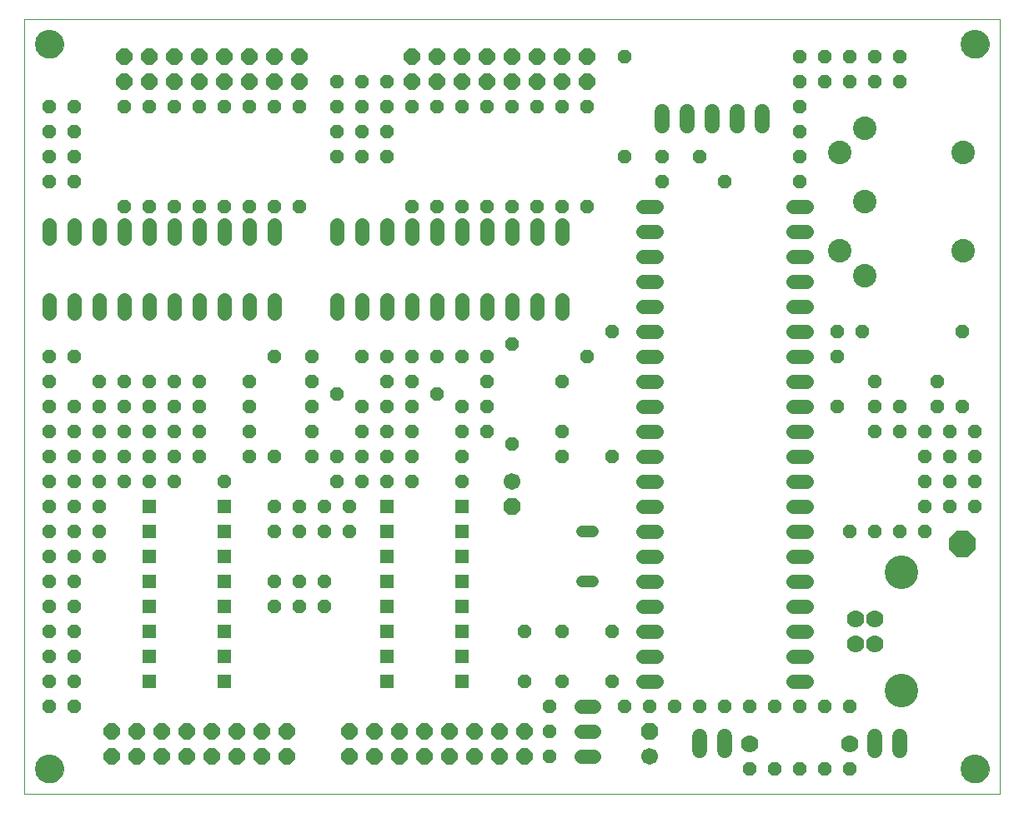
<source format=gts>
G75*
%MOIN*%
%OFA0B0*%
%FSLAX24Y24*%
%IPPOS*%
%LPD*%
%AMOC8*
5,1,8,0,0,1.08239X$1,22.5*
%
%ADD10C,0.0000*%
%ADD11C,0.1142*%
%ADD12OC8,0.0560*%
%ADD13C,0.0560*%
%ADD14OC8,0.1045*%
%ADD15R,0.0555X0.0555*%
%ADD16C,0.0600*%
%ADD17C,0.0700*%
%ADD18OC8,0.0640*%
%ADD19C,0.0480*%
%ADD20OC8,0.0670*%
%ADD21C,0.0670*%
%ADD22C,0.0555*%
%ADD23C,0.0940*%
%ADD24C,0.1340*%
%ADD25OC8,0.0540*%
D10*
X001180Y001180D02*
X001180Y032180D01*
X040180Y032180D01*
X040180Y001180D01*
X001180Y001180D01*
X001629Y002180D02*
X001631Y002227D01*
X001637Y002273D01*
X001647Y002319D01*
X001660Y002364D01*
X001678Y002407D01*
X001699Y002449D01*
X001723Y002489D01*
X001751Y002526D01*
X001782Y002561D01*
X001816Y002594D01*
X001852Y002623D01*
X001891Y002649D01*
X001932Y002672D01*
X001975Y002691D01*
X002019Y002707D01*
X002064Y002719D01*
X002110Y002727D01*
X002157Y002731D01*
X002203Y002731D01*
X002250Y002727D01*
X002296Y002719D01*
X002341Y002707D01*
X002385Y002691D01*
X002428Y002672D01*
X002469Y002649D01*
X002508Y002623D01*
X002544Y002594D01*
X002578Y002561D01*
X002609Y002526D01*
X002637Y002489D01*
X002661Y002449D01*
X002682Y002407D01*
X002700Y002364D01*
X002713Y002319D01*
X002723Y002273D01*
X002729Y002227D01*
X002731Y002180D01*
X002729Y002133D01*
X002723Y002087D01*
X002713Y002041D01*
X002700Y001996D01*
X002682Y001953D01*
X002661Y001911D01*
X002637Y001871D01*
X002609Y001834D01*
X002578Y001799D01*
X002544Y001766D01*
X002508Y001737D01*
X002469Y001711D01*
X002428Y001688D01*
X002385Y001669D01*
X002341Y001653D01*
X002296Y001641D01*
X002250Y001633D01*
X002203Y001629D01*
X002157Y001629D01*
X002110Y001633D01*
X002064Y001641D01*
X002019Y001653D01*
X001975Y001669D01*
X001932Y001688D01*
X001891Y001711D01*
X001852Y001737D01*
X001816Y001766D01*
X001782Y001799D01*
X001751Y001834D01*
X001723Y001871D01*
X001699Y001911D01*
X001678Y001953D01*
X001660Y001996D01*
X001647Y002041D01*
X001637Y002087D01*
X001631Y002133D01*
X001629Y002180D01*
X001629Y031180D02*
X001631Y031227D01*
X001637Y031273D01*
X001647Y031319D01*
X001660Y031364D01*
X001678Y031407D01*
X001699Y031449D01*
X001723Y031489D01*
X001751Y031526D01*
X001782Y031561D01*
X001816Y031594D01*
X001852Y031623D01*
X001891Y031649D01*
X001932Y031672D01*
X001975Y031691D01*
X002019Y031707D01*
X002064Y031719D01*
X002110Y031727D01*
X002157Y031731D01*
X002203Y031731D01*
X002250Y031727D01*
X002296Y031719D01*
X002341Y031707D01*
X002385Y031691D01*
X002428Y031672D01*
X002469Y031649D01*
X002508Y031623D01*
X002544Y031594D01*
X002578Y031561D01*
X002609Y031526D01*
X002637Y031489D01*
X002661Y031449D01*
X002682Y031407D01*
X002700Y031364D01*
X002713Y031319D01*
X002723Y031273D01*
X002729Y031227D01*
X002731Y031180D01*
X002729Y031133D01*
X002723Y031087D01*
X002713Y031041D01*
X002700Y030996D01*
X002682Y030953D01*
X002661Y030911D01*
X002637Y030871D01*
X002609Y030834D01*
X002578Y030799D01*
X002544Y030766D01*
X002508Y030737D01*
X002469Y030711D01*
X002428Y030688D01*
X002385Y030669D01*
X002341Y030653D01*
X002296Y030641D01*
X002250Y030633D01*
X002203Y030629D01*
X002157Y030629D01*
X002110Y030633D01*
X002064Y030641D01*
X002019Y030653D01*
X001975Y030669D01*
X001932Y030688D01*
X001891Y030711D01*
X001852Y030737D01*
X001816Y030766D01*
X001782Y030799D01*
X001751Y030834D01*
X001723Y030871D01*
X001699Y030911D01*
X001678Y030953D01*
X001660Y030996D01*
X001647Y031041D01*
X001637Y031087D01*
X001631Y031133D01*
X001629Y031180D01*
X038629Y031180D02*
X038631Y031227D01*
X038637Y031273D01*
X038647Y031319D01*
X038660Y031364D01*
X038678Y031407D01*
X038699Y031449D01*
X038723Y031489D01*
X038751Y031526D01*
X038782Y031561D01*
X038816Y031594D01*
X038852Y031623D01*
X038891Y031649D01*
X038932Y031672D01*
X038975Y031691D01*
X039019Y031707D01*
X039064Y031719D01*
X039110Y031727D01*
X039157Y031731D01*
X039203Y031731D01*
X039250Y031727D01*
X039296Y031719D01*
X039341Y031707D01*
X039385Y031691D01*
X039428Y031672D01*
X039469Y031649D01*
X039508Y031623D01*
X039544Y031594D01*
X039578Y031561D01*
X039609Y031526D01*
X039637Y031489D01*
X039661Y031449D01*
X039682Y031407D01*
X039700Y031364D01*
X039713Y031319D01*
X039723Y031273D01*
X039729Y031227D01*
X039731Y031180D01*
X039729Y031133D01*
X039723Y031087D01*
X039713Y031041D01*
X039700Y030996D01*
X039682Y030953D01*
X039661Y030911D01*
X039637Y030871D01*
X039609Y030834D01*
X039578Y030799D01*
X039544Y030766D01*
X039508Y030737D01*
X039469Y030711D01*
X039428Y030688D01*
X039385Y030669D01*
X039341Y030653D01*
X039296Y030641D01*
X039250Y030633D01*
X039203Y030629D01*
X039157Y030629D01*
X039110Y030633D01*
X039064Y030641D01*
X039019Y030653D01*
X038975Y030669D01*
X038932Y030688D01*
X038891Y030711D01*
X038852Y030737D01*
X038816Y030766D01*
X038782Y030799D01*
X038751Y030834D01*
X038723Y030871D01*
X038699Y030911D01*
X038678Y030953D01*
X038660Y030996D01*
X038647Y031041D01*
X038637Y031087D01*
X038631Y031133D01*
X038629Y031180D01*
X038629Y002180D02*
X038631Y002227D01*
X038637Y002273D01*
X038647Y002319D01*
X038660Y002364D01*
X038678Y002407D01*
X038699Y002449D01*
X038723Y002489D01*
X038751Y002526D01*
X038782Y002561D01*
X038816Y002594D01*
X038852Y002623D01*
X038891Y002649D01*
X038932Y002672D01*
X038975Y002691D01*
X039019Y002707D01*
X039064Y002719D01*
X039110Y002727D01*
X039157Y002731D01*
X039203Y002731D01*
X039250Y002727D01*
X039296Y002719D01*
X039341Y002707D01*
X039385Y002691D01*
X039428Y002672D01*
X039469Y002649D01*
X039508Y002623D01*
X039544Y002594D01*
X039578Y002561D01*
X039609Y002526D01*
X039637Y002489D01*
X039661Y002449D01*
X039682Y002407D01*
X039700Y002364D01*
X039713Y002319D01*
X039723Y002273D01*
X039729Y002227D01*
X039731Y002180D01*
X039729Y002133D01*
X039723Y002087D01*
X039713Y002041D01*
X039700Y001996D01*
X039682Y001953D01*
X039661Y001911D01*
X039637Y001871D01*
X039609Y001834D01*
X039578Y001799D01*
X039544Y001766D01*
X039508Y001737D01*
X039469Y001711D01*
X039428Y001688D01*
X039385Y001669D01*
X039341Y001653D01*
X039296Y001641D01*
X039250Y001633D01*
X039203Y001629D01*
X039157Y001629D01*
X039110Y001633D01*
X039064Y001641D01*
X039019Y001653D01*
X038975Y001669D01*
X038932Y001688D01*
X038891Y001711D01*
X038852Y001737D01*
X038816Y001766D01*
X038782Y001799D01*
X038751Y001834D01*
X038723Y001871D01*
X038699Y001911D01*
X038678Y001953D01*
X038660Y001996D01*
X038647Y002041D01*
X038637Y002087D01*
X038631Y002133D01*
X038629Y002180D01*
D11*
X039180Y002180D03*
X039180Y031180D03*
X002180Y031180D03*
X002180Y002180D03*
D12*
X007180Y013680D03*
X009180Y013680D03*
X011180Y014680D03*
X012680Y014680D03*
X013680Y014680D03*
X013680Y013680D03*
X016680Y013680D03*
X018680Y013680D03*
X020680Y015180D03*
X022680Y014680D03*
X024680Y014680D03*
X020680Y019180D03*
X017680Y017180D03*
X014680Y018680D03*
X013680Y017180D03*
X012680Y018680D03*
X011180Y018680D03*
X011180Y024680D03*
X012180Y024680D03*
X010180Y024680D03*
X009180Y024680D03*
X008180Y024680D03*
X007180Y024680D03*
X006180Y024680D03*
X005180Y024680D03*
X005180Y028680D03*
X006180Y028680D03*
X007180Y028680D03*
X008180Y028680D03*
X009180Y028680D03*
X010180Y028680D03*
X011180Y028680D03*
X012180Y028680D03*
X016680Y028680D03*
X017680Y028680D03*
X018680Y028680D03*
X019680Y028680D03*
X020680Y028680D03*
X021680Y028680D03*
X022680Y028680D03*
X023680Y028680D03*
X025180Y026680D03*
X023680Y024680D03*
X022680Y024680D03*
X021680Y024680D03*
X020680Y024680D03*
X019680Y024680D03*
X018680Y024680D03*
X017680Y024680D03*
X016680Y024680D03*
X025180Y030680D03*
X028180Y026680D03*
X032180Y026680D03*
X034680Y019680D03*
X033680Y018680D03*
X035180Y017680D03*
X035180Y016680D03*
X036180Y016680D03*
X036180Y015680D03*
X035180Y015680D03*
X033680Y016680D03*
X037680Y016680D03*
X037680Y017680D03*
X038680Y016680D03*
X038680Y019680D03*
X036180Y011680D03*
X035180Y011680D03*
X024680Y007680D03*
X022680Y007680D03*
X021180Y007680D03*
X021180Y005680D03*
X022680Y005680D03*
X024680Y005680D03*
X003180Y016680D03*
X003180Y018680D03*
D13*
X003180Y020420D02*
X003180Y020940D01*
X002180Y020940D02*
X002180Y020420D01*
X004180Y020420D02*
X004180Y020940D01*
X005180Y020940D02*
X005180Y020420D01*
X006180Y020420D02*
X006180Y020940D01*
X007180Y020940D02*
X007180Y020420D01*
X008180Y020420D02*
X008180Y020940D01*
X009180Y020940D02*
X009180Y020420D01*
X010180Y020420D02*
X010180Y020940D01*
X011180Y020940D02*
X011180Y020420D01*
X013680Y020420D02*
X013680Y020940D01*
X014680Y020940D02*
X014680Y020420D01*
X015680Y020420D02*
X015680Y020940D01*
X016680Y020940D02*
X016680Y020420D01*
X017680Y020420D02*
X017680Y020940D01*
X018680Y020940D02*
X018680Y020420D01*
X019680Y020420D02*
X019680Y020940D01*
X020680Y020940D02*
X020680Y020420D01*
X021680Y020420D02*
X021680Y020940D01*
X022680Y020940D02*
X022680Y020420D01*
X025920Y020680D02*
X026440Y020680D01*
X026440Y019680D02*
X025920Y019680D01*
X025920Y018680D02*
X026440Y018680D01*
X026440Y017680D02*
X025920Y017680D01*
X025920Y016680D02*
X026440Y016680D01*
X026440Y015680D02*
X025920Y015680D01*
X025920Y014680D02*
X026440Y014680D01*
X026440Y013680D02*
X025920Y013680D01*
X025920Y012680D02*
X026440Y012680D01*
X026440Y011680D02*
X025920Y011680D01*
X025920Y010680D02*
X026440Y010680D01*
X026440Y009680D02*
X025920Y009680D01*
X025920Y008680D02*
X026440Y008680D01*
X026440Y007680D02*
X025920Y007680D01*
X025920Y006680D02*
X026440Y006680D01*
X026440Y005680D02*
X025920Y005680D01*
X031920Y005680D02*
X032440Y005680D01*
X032440Y006680D02*
X031920Y006680D01*
X031920Y007680D02*
X032440Y007680D01*
X032440Y008680D02*
X031920Y008680D01*
X031920Y009680D02*
X032440Y009680D01*
X032440Y010680D02*
X031920Y010680D01*
X031920Y011680D02*
X032440Y011680D01*
X032440Y012680D02*
X031920Y012680D01*
X031920Y013680D02*
X032440Y013680D01*
X032440Y014680D02*
X031920Y014680D01*
X031920Y015680D02*
X032440Y015680D01*
X032440Y016680D02*
X031920Y016680D01*
X031920Y017680D02*
X032440Y017680D01*
X032440Y018680D02*
X031920Y018680D01*
X031920Y019680D02*
X032440Y019680D01*
X032440Y020680D02*
X031920Y020680D01*
X031920Y021680D02*
X032440Y021680D01*
X032440Y022680D02*
X031920Y022680D01*
X031920Y023680D02*
X032440Y023680D01*
X032440Y024680D02*
X031920Y024680D01*
X026440Y024680D02*
X025920Y024680D01*
X025920Y023680D02*
X026440Y023680D01*
X026440Y022680D02*
X025920Y022680D01*
X025920Y021680D02*
X026440Y021680D01*
X022680Y023420D02*
X022680Y023940D01*
X021680Y023940D02*
X021680Y023420D01*
X020680Y023420D02*
X020680Y023940D01*
X019680Y023940D02*
X019680Y023420D01*
X018680Y023420D02*
X018680Y023940D01*
X017680Y023940D02*
X017680Y023420D01*
X016680Y023420D02*
X016680Y023940D01*
X015680Y023940D02*
X015680Y023420D01*
X014680Y023420D02*
X014680Y023940D01*
X013680Y023940D02*
X013680Y023420D01*
X011180Y023420D02*
X011180Y023940D01*
X010180Y023940D02*
X010180Y023420D01*
X009180Y023420D02*
X009180Y023940D01*
X008180Y023940D02*
X008180Y023420D01*
X007180Y023420D02*
X007180Y023940D01*
X006180Y023940D02*
X006180Y023420D01*
X005180Y023420D02*
X005180Y023940D01*
X004180Y023940D02*
X004180Y023420D01*
X003180Y023420D02*
X003180Y023940D01*
X002180Y023940D02*
X002180Y023420D01*
D14*
X038680Y011180D03*
D15*
X018680Y010680D03*
X018680Y009680D03*
X018680Y008680D03*
X018680Y007680D03*
X018680Y006680D03*
X018680Y005680D03*
X015680Y005680D03*
X015680Y006680D03*
X015680Y007680D03*
X015680Y008680D03*
X015680Y009680D03*
X015680Y010680D03*
X015680Y011680D03*
X015680Y012680D03*
X018680Y012680D03*
X018680Y011680D03*
X009180Y011680D03*
X009180Y010680D03*
X009180Y009680D03*
X009180Y008680D03*
X009180Y007680D03*
X009180Y006680D03*
X009180Y005680D03*
X006180Y005680D03*
X006180Y006680D03*
X006180Y007680D03*
X006180Y008680D03*
X006180Y009680D03*
X006180Y010680D03*
X006180Y011680D03*
X006180Y012680D03*
X009180Y012680D03*
D16*
X026680Y027900D02*
X026680Y028460D01*
X027680Y028460D02*
X027680Y027900D01*
X028680Y027900D02*
X028680Y028460D01*
X029680Y028460D02*
X029680Y027900D01*
X030680Y027900D02*
X030680Y028460D01*
X029180Y003460D02*
X029180Y002900D01*
X028180Y002900D02*
X028180Y003460D01*
X035180Y003460D02*
X035180Y002900D01*
X036180Y002900D02*
X036180Y003460D01*
D17*
X034180Y003180D03*
X030180Y003180D03*
X034400Y007188D03*
X035180Y007188D03*
X035180Y008172D03*
X034400Y008172D03*
D18*
X021180Y003680D03*
X021180Y002680D03*
X020180Y002680D03*
X019180Y002680D03*
X019180Y003680D03*
X020180Y003680D03*
X018180Y003680D03*
X017180Y003680D03*
X016180Y003680D03*
X016180Y002680D03*
X017180Y002680D03*
X018180Y002680D03*
X015180Y002680D03*
X014180Y002680D03*
X014180Y003680D03*
X015180Y003680D03*
X011680Y003680D03*
X011680Y002680D03*
X010680Y002680D03*
X009680Y002680D03*
X009680Y003680D03*
X010680Y003680D03*
X008680Y003680D03*
X007680Y003680D03*
X006680Y003680D03*
X006680Y002680D03*
X007680Y002680D03*
X008680Y002680D03*
X005680Y002680D03*
X004680Y002680D03*
X004680Y003680D03*
X005680Y003680D03*
X005180Y029680D03*
X006180Y029680D03*
X006180Y030680D03*
X005180Y030680D03*
X007180Y030680D03*
X008180Y030680D03*
X008180Y029680D03*
X007180Y029680D03*
X009180Y029680D03*
X010180Y029680D03*
X010180Y030680D03*
X009180Y030680D03*
X011180Y030680D03*
X012180Y030680D03*
X012180Y029680D03*
X011180Y029680D03*
X016680Y029680D03*
X017680Y029680D03*
X017680Y030680D03*
X016680Y030680D03*
X018680Y030680D03*
X019680Y030680D03*
X019680Y029680D03*
X018680Y029680D03*
X020680Y029680D03*
X021680Y029680D03*
X022680Y029680D03*
X022680Y030680D03*
X021680Y030680D03*
X020680Y030680D03*
X023680Y030680D03*
X023680Y029680D03*
D19*
X023900Y011680D02*
X023460Y011680D01*
X023460Y009680D02*
X023900Y009680D01*
D20*
X020680Y012680D03*
X026180Y003680D03*
D21*
X026180Y002680D03*
X020680Y013680D03*
D22*
X023423Y004680D02*
X023937Y004680D01*
X023937Y003680D02*
X023423Y003680D01*
X023423Y002680D02*
X023937Y002680D01*
D23*
X034763Y021897D03*
X033771Y022897D03*
X034759Y024861D03*
X033767Y026834D03*
X034763Y027806D03*
X038693Y026837D03*
X038693Y022897D03*
D24*
X036250Y010050D03*
X036250Y005310D03*
D25*
X034180Y004680D03*
X033180Y004680D03*
X032180Y004680D03*
X031180Y004680D03*
X030180Y004680D03*
X029180Y004680D03*
X028180Y004680D03*
X027180Y004680D03*
X026180Y004680D03*
X025180Y004680D03*
X022180Y004680D03*
X022180Y003680D03*
X022180Y002680D03*
X030180Y002180D03*
X031180Y002180D03*
X032180Y002180D03*
X033180Y002180D03*
X034180Y002180D03*
X034180Y011680D03*
X037180Y011680D03*
X037180Y012680D03*
X037180Y013680D03*
X037180Y014680D03*
X037180Y015680D03*
X038180Y015680D03*
X039180Y015680D03*
X039180Y014680D03*
X038180Y014680D03*
X038180Y013680D03*
X039180Y013680D03*
X039180Y012680D03*
X038180Y012680D03*
X033680Y019680D03*
X032180Y025680D03*
X032180Y027680D03*
X032180Y028680D03*
X032180Y029680D03*
X032180Y030680D03*
X033180Y030680D03*
X034180Y030680D03*
X034180Y029680D03*
X033180Y029680D03*
X035180Y029680D03*
X036180Y029680D03*
X036180Y030680D03*
X035180Y030680D03*
X029180Y025680D03*
X026680Y025680D03*
X026680Y026680D03*
X024680Y019680D03*
X023680Y018680D03*
X022680Y017680D03*
X022680Y015680D03*
X019680Y015680D03*
X018680Y015680D03*
X018680Y014680D03*
X016680Y014680D03*
X016680Y015680D03*
X016680Y016680D03*
X016680Y017680D03*
X016680Y018680D03*
X017680Y018680D03*
X018680Y018680D03*
X019680Y018680D03*
X019680Y017680D03*
X019680Y016680D03*
X018680Y016680D03*
X015680Y016680D03*
X015680Y017680D03*
X014680Y016680D03*
X014680Y015680D03*
X015680Y015680D03*
X015680Y014680D03*
X014680Y014680D03*
X014680Y013680D03*
X015680Y013680D03*
X014180Y012680D03*
X014180Y011680D03*
X013180Y011680D03*
X012180Y011680D03*
X011180Y011680D03*
X011180Y012680D03*
X012180Y012680D03*
X013180Y012680D03*
X010180Y014680D03*
X010180Y015680D03*
X010180Y016680D03*
X010180Y017680D03*
X008180Y017680D03*
X008180Y016680D03*
X007180Y016680D03*
X007180Y017680D03*
X006180Y017680D03*
X006180Y016680D03*
X005180Y016680D03*
X005180Y017680D03*
X004180Y017680D03*
X004180Y016680D03*
X004180Y015680D03*
X005180Y015680D03*
X006180Y015680D03*
X006180Y014680D03*
X005180Y014680D03*
X004180Y014680D03*
X004180Y013680D03*
X005180Y013680D03*
X006180Y013680D03*
X007180Y014680D03*
X008180Y014680D03*
X008180Y015680D03*
X007180Y015680D03*
X004180Y012680D03*
X004180Y011680D03*
X004180Y010680D03*
X003180Y010680D03*
X002180Y010680D03*
X002180Y009680D03*
X003180Y009680D03*
X003180Y008680D03*
X002180Y008680D03*
X002180Y007680D03*
X003180Y007680D03*
X003180Y006680D03*
X002180Y006680D03*
X002180Y005680D03*
X003180Y005680D03*
X003180Y004680D03*
X002180Y004680D03*
X002180Y011680D03*
X003180Y011680D03*
X003180Y012680D03*
X002180Y012680D03*
X002180Y013680D03*
X003180Y013680D03*
X003180Y014680D03*
X002180Y014680D03*
X002180Y015680D03*
X003180Y015680D03*
X002180Y016680D03*
X002180Y017680D03*
X002180Y018680D03*
X002180Y025680D03*
X003180Y025680D03*
X003180Y026680D03*
X002180Y026680D03*
X002180Y027680D03*
X003180Y027680D03*
X003180Y028680D03*
X002180Y028680D03*
X013680Y028680D03*
X014680Y028680D03*
X015680Y028680D03*
X015680Y027680D03*
X014680Y027680D03*
X013680Y027680D03*
X013680Y026680D03*
X014680Y026680D03*
X015680Y026680D03*
X015680Y029680D03*
X014680Y029680D03*
X013680Y029680D03*
X015680Y018680D03*
X012680Y017680D03*
X012680Y016680D03*
X012680Y015680D03*
X012180Y009680D03*
X011180Y009680D03*
X011180Y008680D03*
X012180Y008680D03*
X013180Y008680D03*
X013180Y009680D03*
M02*

</source>
